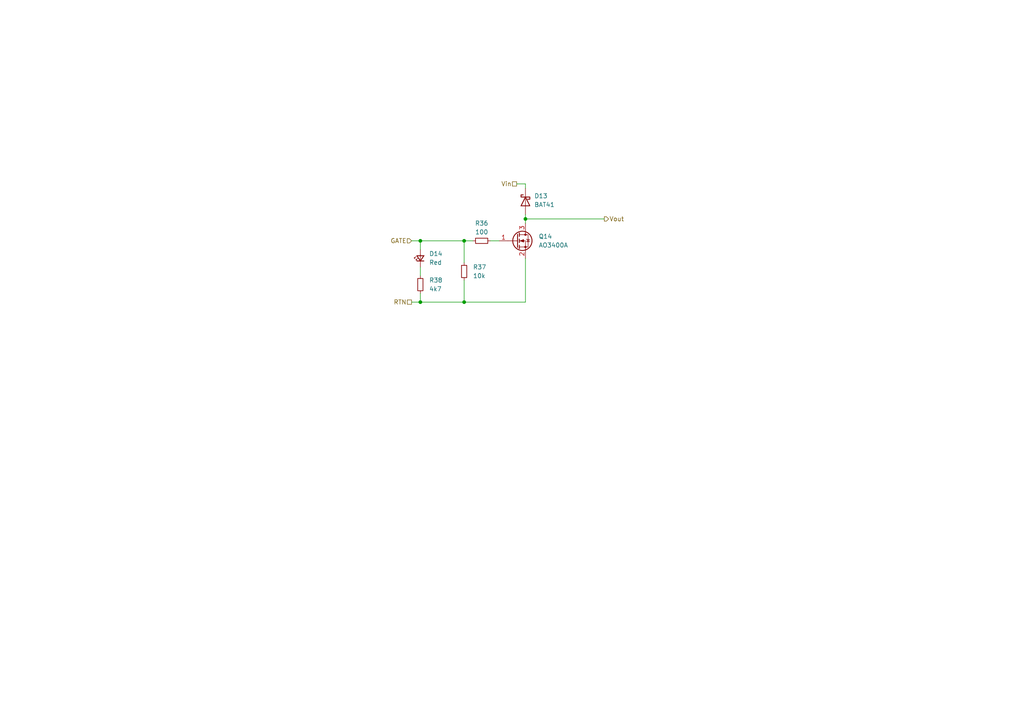
<source format=kicad_sch>
(kicad_sch (version 20231120) (generator "eeschema") (generator_version "8.0")
  (paper "A4")
  (lib_symbols
    (symbol "Device:D_Schottky" (pin_numbers hide) (pin_names (offset 1.016) hide)
      (property "Reference" "D" (at 0 2.54 0))
      (property "Value" "D_Schottky" (at 0 -2.54 0))
      (symbol "D_Schottky_0_1"
        (polyline (pts (xy 1.27 0) (xy -1.27 0)))
        (polyline (pts (xy 1.27 1.27) (xy 1.27 -1.27) (xy -1.27 0) (xy 1.27 1.27)) (stroke (width 0.254)))
        (polyline (pts (xy -1.905 0.635) (xy -1.905 1.27) (xy -1.27 1.27) (xy -1.27 -1.27) (xy -0.635 -1.27) (xy -0.635 -0.635)) (stroke (width 0.254)))
      )
      (symbol "D_Schottky_1_1"
        (pin passive line (at -3.81 0 0) (length 2.54) (name "K") (number "1"))
        (pin passive line (at 3.81 0 180) (length 2.54) (name "A") (number "2"))
      )
    )
    (symbol "Device:LED_Small" (pin_numbers hide) (pin_names (offset 0.254) hide)
      (property "Reference" "D" (at -1.27 3.175 0))
      (property "Value" "LED_Small" (at -4.445 -2.54 0))
      (symbol "LED_Small_0_1"
        (polyline (pts (xy -0.762 -1.016) (xy -0.762 1.016)) (stroke (width 0.254)))
        (polyline (pts (xy 1.016 0) (xy -0.762 0)))
        (polyline (pts (xy 0.762 -1.016) (xy -0.762 0) (xy 0.762 1.016) (xy 0.762 -1.016)) (stroke (width 0.254)))
        (polyline (pts (xy 0 0.762) (xy -0.508 1.27) (xy -0.254 1.27) (xy -0.508 1.27) (xy -0.508 1.016)))
        (polyline (pts (xy 0.508 1.27) (xy 0 1.778) (xy 0.254 1.778) (xy 0 1.778) (xy 0 1.524)))
      )
      (symbol "LED_Small_1_1"
        (pin passive line (at -2.54 0 0) (length 1.778) (name "K") (number "1"))
        (pin passive line (at 2.54 0 180) (length 1.778) (name "A") (number "2"))
      )
    )
    (symbol "Device:R_Small" (pin_numbers hide) (pin_names (offset 0.254) hide)
      (property "Reference" "R" (at 0.762 0.508 0))
      (property "Value" "R_Small" (at 0.762 -1.016 0))
      (symbol "R_Small_0_1"
        (rectangle (start -0.762 1.778) (end 0.762 -1.778) (stroke (width 0.2032)))
      )
      (symbol "R_Small_1_1"
        (pin passive line (at 0 2.54 270) (length 0.762) (name "~") (number "1"))
        (pin passive line (at 0 -2.54 90) (length 0.762) (name "~") (number "2"))
      )
    )
    (symbol "Transistor_FET:AO3400A" (pin_names hide)
      (property "Reference" "Q" (at 5.08 1.905 0))
      (property "Value" "AO3400A" (at 5.08 0 0))
      (symbol "AO3400A_0_1"
        (polyline (pts (xy 0.254 0) (xy -2.54 0)))
        (polyline (pts (xy 0.254 1.905) (xy 0.254 -1.905)) (stroke (width 0.254)))
        (polyline (pts (xy 0.762 -1.27) (xy 0.762 -2.286)) (stroke (width 0.254)))
        (polyline (pts (xy 0.762 0.508) (xy 0.762 -0.508)) (stroke (width 0.254)))
        (polyline (pts (xy 0.762 2.286) (xy 0.762 1.27)) (stroke (width 0.254)))
        (polyline (pts (xy 2.54 2.54) (xy 2.54 1.778)))
        (polyline (pts (xy 2.54 -2.54) (xy 2.54 0) (xy 0.762 0)))
        (polyline (pts (xy 0.762 -1.778) (xy 3.302 -1.778) (xy 3.302 1.778) (xy 0.762 1.778)))
        (polyline (pts (xy 1.016 0) (xy 2.032 0.381) (xy 2.032 -0.381) (xy 1.016 0)) (fill (type outline)))
        (polyline (pts (xy 2.794 0.508) (xy 2.921 0.381) (xy 3.683 0.381) (xy 3.81 0.254)))
        (polyline (pts (xy 3.302 0.381) (xy 2.921 -0.254) (xy 3.683 -0.254) (xy 3.302 0.381)))
        (circle (center 1.651 0) (radius 2.794) (stroke (width 0.254)))
        (circle (center 2.54 -1.778) (radius 0.254) (fill (type outline)))
        (circle (center 2.54 1.778) (radius 0.254) (fill (type outline)))
      )
      (symbol "AO3400A_1_1"
        (pin input line (at -5.08 0 0) (length 2.54) (name "G") (number "1"))
        (pin passive line (at 2.54 -5.08 90) (length 2.54) (name "S") (number "2"))
        (pin passive line (at 2.54 5.08 270) (length 2.54) (name "D") (number "3"))
      )
    )
  )
  (junction (at 152.4 63.5))
  (junction (at 134.62 87.63))
  (junction (at 134.62 69.85))
  (junction (at 121.92 69.85))
  (junction (at 121.92 87.63))
  (wire (pts (xy 152.4 74.93) (xy 152.4 87.63)))
  (wire (pts (xy 121.92 69.85) (xy 134.62 69.85)))
  (wire (pts (xy 152.4 63.5) (xy 175.26 63.5)))
  (wire (pts (xy 152.4 62.23) (xy 152.4 63.5)))
  (wire (pts (xy 119.38 87.63) (xy 121.92 87.63)))
  (wire (pts (xy 149.86 53.34) (xy 152.4 53.34)))
  (wire (pts (xy 134.62 69.85) (xy 137.16 69.85)))
  (wire (pts (xy 134.62 87.63) (xy 152.4 87.63)))
  (wire (pts (xy 121.92 85.09) (xy 121.92 87.63)))
  (wire (pts (xy 142.24 69.85) (xy 144.78 69.85)))
  (wire (pts (xy 134.62 76.2) (xy 134.62 69.85)))
  (wire (pts (xy 121.92 87.63) (xy 134.62 87.63)))
  (wire (pts (xy 152.4 63.5) (xy 152.4 64.77)))
  (wire (pts (xy 134.62 87.63) (xy 134.62 81.28)))
  (wire (pts (xy 121.92 69.85) (xy 121.92 72.39)))
  (wire (pts (xy 152.4 53.34) (xy 152.4 54.61)))
  (wire (pts (xy 119.38 69.85) (xy 121.92 69.85)))
  (wire (pts (xy 121.92 77.47) (xy 121.92 80.01)))
  (hierarchical_label "RTN" (shape passive) (at 119.38 87.63 180))
  (hierarchical_label "Vin" (shape passive) (at 149.86 53.34 180))
  (hierarchical_label "Vout" (shape output) (at 175.26 63.5 0))
  (hierarchical_label "GATE" (shape input) (at 119.38 69.85 180))
  (symbol (lib_id "Device:R_Small") (at 134.62 78.74 0) (unit 1)
    (property "Reference" "R37" (at 137.16 77.4699 0) (effects (justify left)))
    (property "Value" "10k" (at 137.16 80.0099 0) (effects (justify left)))
    (property "Footprint" "Resistor_SMD:R_0603_1608Metric" (effects (hide yes)))
    (property "Description" "Resistor, small symbol" (effects (hide yes)))
    (instances (project "pressure-sensor-interface" (path "" (reference "R37") (unit 1)) (path "" (reference "R25") (unit 1)) (path "" (reference "R28") (unit 1)) (path "" (reference "R43") (unit 1)) (path "" (reference "R22") (unit 1)) (path "" (reference "R34") (unit 1)) (path "" (reference "R31") (unit 1)) (path "" (reference "R40") (unit 1))))
  )
  (symbol (lib_id "Device:R_Small") (at 139.7 69.85 90) (unit 1)
    (property "Reference" "R36" (at 139.7 64.77 90))
    (property "Value" "100" (at 139.7 67.31 90))
    (property "Footprint" "Resistor_SMD:R_0603_1608Metric" (effects (hide yes)))
    (property "Description" "Resistor, small symbol" (effects (hide yes)))
    (instances (project "pressure-sensor-interface" (path "" (reference "R36") (unit 1)) (path "" (reference "R24") (unit 1)) (path "" (reference "R27") (unit 1)) (path "" (reference "R42") (unit 1)) (path "" (reference "R21") (unit 1)) (path "" (reference "R33") (unit 1)) (path "" (reference "R30") (unit 1)) (path "" (reference "R39") (unit 1))))
  )
  (symbol (lib_id "Transistor_FET:AO3400A") (at 149.86 69.85 0) (unit 1)
    (property "Reference" "Q14" (at 156.21 68.5799 0) (effects (justify left)))
    (property "Value" "AO3400A" (at 156.21 71.1199 0) (effects (justify left)))
    (property "Footprint" "Package_TO_SOT_SMD:SOT-23" (effects (hide yes)))
    (property "Datasheet" "http://www.aosmd.com/pdfs/datasheet/AO3400A.pdf" (effects (hide yes)))
    (property "Description" "30V Vds, 5.7A Id, N-Channel MOSFET, SOT-23" (effects (hide yes)))
    (instances (project "pressure-sensor-interface" (path "" (reference "Q14") (unit 1)) (path "" (reference "Q10") (unit 1)) (path "" (reference "Q11") (unit 1)) (path "" (reference "Q16") (unit 1)) (path "" (reference "Q9") (unit 1)) (path "" (reference "Q13") (unit 1)) (path "" (reference "Q12") (unit 1)) (path "" (reference "Q15") (unit 1))))
  )
  (symbol (lib_id "Device:D_Schottky") (at 152.4 58.42 90) (mirror x) (unit 1)
    (property "Reference" "D13" (at 154.94 56.8324 90) (effects (justify right)))
    (property "Value" "BAT41" (at 154.94 59.3724 90) (effects (justify right)))
    (property "Footprint" "Diode_SMD:D_SOD-123" (effects (hide yes)))
    (property "Description" "Schottky diode" (effects (hide yes)))
    (instances (project "pressure-sensor-interface" (path "" (reference "D13") (unit 1)) (path "" (reference "D5") (unit 1)) (path "" (reference "D7") (unit 1)) (path "" (reference "D17") (unit 1)) (path "" (reference "D3") (unit 1)) (path "" (reference "D11") (unit 1)) (path "" (reference "D9") (unit 1)) (path "" (reference "D15") (unit 1))))
  )
  (symbol (lib_id "Device:R_Small") (at 121.92 82.55 0) (unit 1)
    (property "Reference" "R38" (at 124.46 81.2799 0) (effects (justify left)))
    (property "Value" "4k7" (at 124.46 83.8199 0) (effects (justify left)))
    (property "Footprint" "Resistor_SMD:R_0603_1608Metric" (effects (hide yes)))
    (property "Description" "Resistor, small symbol" (effects (hide yes)))
    (instances (project "pressure-sensor-interface" (path "" (reference "R38") (unit 1)) (path "" (reference "R26") (unit 1)) (path "" (reference "R29") (unit 1)) (path "" (reference "R44") (unit 1)) (path "" (reference "R23") (unit 1)) (path "" (reference "R35") (unit 1)) (path "" (reference "R32") (unit 1)) (path "" (reference "R41") (unit 1))))
  )
  (symbol (lib_id "Device:LED_Small") (at 121.92 74.93 90) (unit 1)
    (property "Reference" "D14" (at 124.46 73.5964 90) (effects (justify right)))
    (property "Value" "Red" (at 124.46 76.1364 90) (effects (justify right)))
    (property "Footprint" "LED_SMD:LED_0603_1608Metric" (effects (hide yes)))
    (property "Description" "Light emitting diode, small symbol" (effects (hide yes)))
    (instances (project "" (path "" (reference "D14") (unit 1)) (path "" (reference "D6") (unit 1)) (path "" (reference "D8") (unit 1)) (path "" (reference "D18") (unit 1)) (path "" (reference "D4") (unit 1)) (path "" (reference "D12") (unit 1)) (path "" (reference "D10") (unit 1)) (path "" (reference "D16") (unit 1))))
  )
)
</source>
